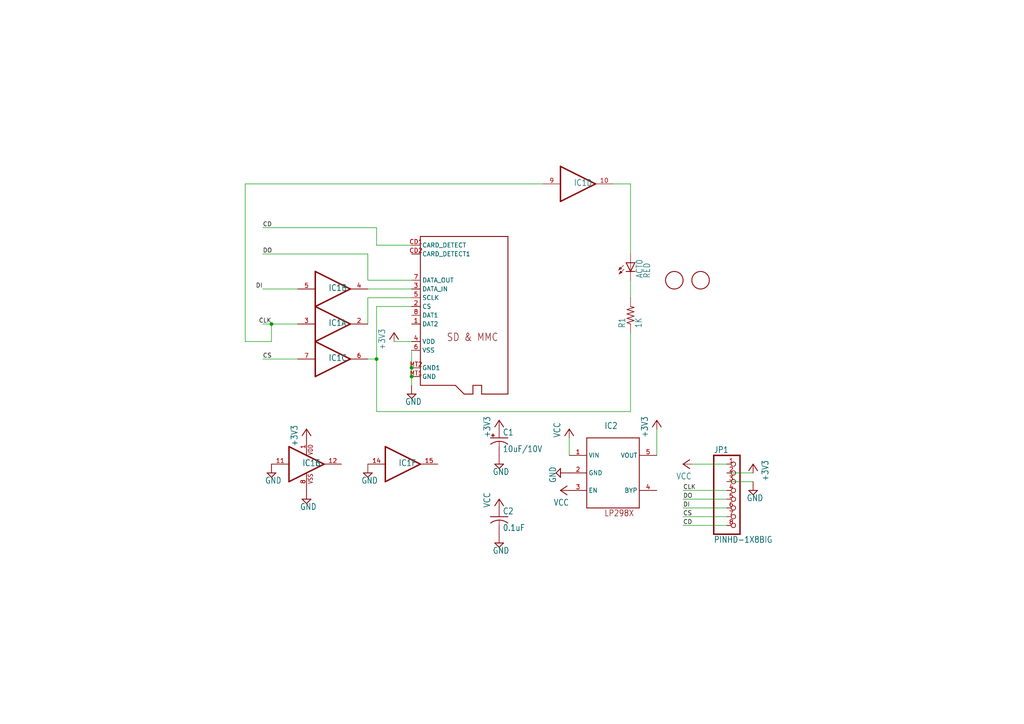
<source format=kicad_sch>
(kicad_sch (version 20211123) (generator eeschema)
  (paper "A4")
  (lib_symbols
    (symbol "microsd-eagle-import:+3V3" (power)
      (property "Value" "+3V3" (at -2.54 -5.08 90))
      (symbol "+3V3_1_0"
        (polyline (pts (xy 0 0) (xy -1.27 -1.905)) (stroke (width 0.254)))
        (polyline (pts (xy 1.27 -1.905) (xy 0 0)) (stroke (width 0.254)))
        (pin power_in line (at 0 -2.54 90) (length 2.54) (name "+3V3") (number "1"))
      )
    )
    (symbol "microsd-eagle-import:4050D"
      (property "Reference" "IC" (at -1.27 -0.635 0))
      (symbol "4050D_1_0"
        (polyline (pts (xy -5.08 -5.08) (xy 5.08 0)) (stroke (width 0.4064)))
        (polyline (pts (xy -5.08 5.08) (xy -5.08 -5.08)) (stroke (width 0.4064)))
        (polyline (pts (xy 5.08 0) (xy -5.08 5.08)) (stroke (width 0.4064)))
        (pin output line (at 10.16 0 180) (length 5.08) (name "O") (number "2"))
        (pin input line (at -10.16 0 0) (length 5.08) (name "I") (number "3"))
      )
      (symbol "4050D_2_0"
        (polyline (pts (xy -5.08 -5.08) (xy 5.08 0)) (stroke (width 0.4064)))
        (polyline (pts (xy -5.08 5.08) (xy -5.08 -5.08)) (stroke (width 0.4064)))
        (polyline (pts (xy 5.08 0) (xy -5.08 5.08)) (stroke (width 0.4064)))
        (pin output line (at 10.16 0 180) (length 5.08) (name "O") (number "4"))
        (pin input line (at -10.16 0 0) (length 5.08) (name "I") (number "5"))
      )
      (symbol "4050D_3_0"
        (polyline (pts (xy -5.08 -5.08) (xy 5.08 0)) (stroke (width 0.4064)))
        (polyline (pts (xy -5.08 5.08) (xy -5.08 -5.08)) (stroke (width 0.4064)))
        (polyline (pts (xy 5.08 0) (xy -5.08 5.08)) (stroke (width 0.4064)))
        (pin output line (at 10.16 0 180) (length 5.08) (name "O") (number "6"))
        (pin input line (at -10.16 0 0) (length 5.08) (name "I") (number "7"))
      )
      (symbol "4050D_4_0"
        (polyline (pts (xy -5.08 -5.08) (xy 5.08 0)) (stroke (width 0.4064)))
        (polyline (pts (xy -5.08 5.08) (xy -5.08 -5.08)) (stroke (width 0.4064)))
        (polyline (pts (xy 5.08 0) (xy -5.08 5.08)) (stroke (width 0.4064)))
        (pin output line (at 10.16 0 180) (length 5.08) (name "O") (number "10"))
        (pin input line (at -10.16 0 0) (length 5.08) (name "I") (number "9"))
      )
      (symbol "4050D_5_0"
        (polyline (pts (xy -5.08 -5.08) (xy 5.08 0)) (stroke (width 0.4064)))
        (polyline (pts (xy -5.08 5.08) (xy -5.08 -5.08)) (stroke (width 0.4064)))
        (polyline (pts (xy 5.08 0) (xy -5.08 5.08)) (stroke (width 0.4064)))
        (pin input line (at -10.16 0 0) (length 5.08) (name "I") (number "11"))
        (pin output line (at 10.16 0 180) (length 5.08) (name "O") (number "12"))
      )
      (symbol "4050D_6_0"
        (polyline (pts (xy -5.08 -5.08) (xy 5.08 0)) (stroke (width 0.4064)))
        (polyline (pts (xy -5.08 5.08) (xy -5.08 -5.08)) (stroke (width 0.4064)))
        (polyline (pts (xy 5.08 0) (xy -5.08 5.08)) (stroke (width 0.4064)))
        (pin input line (at -10.16 0 0) (length 5.08) (name "I") (number "14"))
        (pin output line (at 10.16 0 180) (length 5.08) (name "O") (number "15"))
      )
      (symbol "4050D_7_0"
        (text "VDD" (at 1.905 2.54 900) (effects (font (size 1.27 1.0795)) (justify left bottom)))
        (text "VSS" (at 1.905 -5.842 900) (effects (font (size 1.27 1.0795)) (justify left bottom)))
        (pin power_in line (at 0 7.62 270) (length 5.08) (name "VDD") (number "1"))
        (pin power_in line (at 0 -7.62 90) (length 5.08) (name "VSS") (number "8"))
      )
    )
    (symbol "microsd-eagle-import:C-USC0805K"
      (property "Reference" "C" (at 1.016 0.635 0))
      (property "Value" "C-USC0805K" (at 1.016 -4.191 0))
      (symbol "C-USC0805K_1_0"
        (arc (start 0 -1.0161) (mid -1.302 -1.2303) (end -2.4668 -1.8504) (stroke (width 0.254)))
        (polyline (pts (xy -2.54 0) (xy 2.54 0)) (stroke (width 0.254)))
        (polyline (pts (xy 0 -1.016) (xy 0 -2.54)) (stroke (width 0.1524)))
        (arc (start 2.4892 -1.8542) (mid 1.3158 -1.2195) (end 0 -1) (stroke (width 0.254)))
        (pin passive line (at 0 2.54 270) (length 2.54) (name "1") (number "1"))
        (pin passive line (at 0 -5.08 90) (length 2.54) (name "2") (number "2"))
      )
    )
    (symbol "microsd-eagle-import:CPOL-USA{slash}3216-18R"
      (property "Reference" "C" (at 1.016 0.635 0))
      (property "Value" "CPOL-USA{slash}3216-18R" (at 1.016 -4.191 0))
      (symbol "CPOL-USA{slash}3216-18R_1_0"
        (rectangle (start -2.253 0.668) (end -1.364 0.795) (fill (type outline)))
        (rectangle (start -1.872 0.287) (end -1.745 1.176) (fill (type outline)))
        (arc (start 0 -1.0161) (mid -1.3021 -1.2302) (end -2.4669 -1.8504) (stroke (width 0.254)))
        (polyline (pts (xy -2.54 0) (xy 2.54 0)) (stroke (width 0.254)))
        (polyline (pts (xy 0 -1.016) (xy 0 -2.54)) (stroke (width 0.1524)))
        (arc (start 2.4892 -1.8542) (mid 1.3158 -1.2195) (end 0 -1) (stroke (width 0.254)))
        (pin passive line (at 0 2.54 270) (length 2.54) (name "+") (number "+"))
        (pin passive line (at 0 -5.08 90) (length 2.54) (name "-") (number "-"))
      )
    )
    (symbol "microsd-eagle-import:FIDUCIAL"
      (symbol "FIDUCIAL_1_0"
        (circle (center 0 0) (radius 2.54) (stroke (width 0.254)))
      )
    )
    (symbol "microsd-eagle-import:GND" (power)
      (property "Value" "GND" (at -1.905 -3.175 0))
      (symbol "GND_1_0"
        (polyline (pts (xy -1.27 0) (xy 1.27 0)) (stroke (width 0.254)))
        (polyline (pts (xy 0 -1.27) (xy -1.27 0)) (stroke (width 0.254)))
        (polyline (pts (xy 1.27 0) (xy 0 -1.27)) (stroke (width 0.254)))
        (pin power_in line (at 0 2.54 270) (length 2.54) (name "GND") (number "1"))
      )
    )
    (symbol "microsd-eagle-import:LEDCHIP-LED0805"
      (property "Reference" "LED" (at 3.556 -4.572 90))
      (property "Value" "LEDCHIP-LED0805" (at 5.715 -4.572 90))
      (symbol "LEDCHIP-LED0805_1_0"
        (polyline (pts (xy -2.032 -0.762) (xy -3.429 -2.159)) (stroke (width 0.1524)))
        (polyline (pts (xy -1.905 -1.905) (xy -3.302 -3.302)) (stroke (width 0.1524)))
        (polyline (pts (xy 0 -2.54) (xy -1.27 -2.54)) (stroke (width 0.254)))
        (polyline (pts (xy 0 -2.54) (xy -1.27 0)) (stroke (width 0.254)))
        (polyline (pts (xy 0 0) (xy -1.27 0)) (stroke (width 0.254)))
        (polyline (pts (xy 0 0) (xy 0 -2.54)) (stroke (width 0.1524)))
        (polyline (pts (xy 1.27 -2.54) (xy 0 -2.54)) (stroke (width 0.254)))
        (polyline (pts (xy 1.27 0) (xy 0 -2.54)) (stroke (width 0.254)))
        (polyline (pts (xy 1.27 0) (xy 0 0)) (stroke (width 0.254)))
        (polyline (pts (xy -3.429 -2.159) (xy -3.048 -1.27) (xy -2.54 -1.778)) (fill (type outline)))
        (polyline (pts (xy -3.302 -3.302) (xy -2.921 -2.413) (xy -2.413 -2.921)) (fill (type outline)))
        (pin passive line (at 0 2.54 270) (length 2.54) (name "A") (number "A"))
        (pin passive line (at 0 -5.08 90) (length 2.54) (name "C") (number "C"))
      )
    )
    (symbol "microsd-eagle-import:LP298XS"
      (property "Reference" "IC" (at -12.7 -5.08 90))
      (symbol "LP298XS_1_0"
        (polyline (pts (xy -10.16 -10.16) (xy 10.16 -10.16)) (stroke (width 0.254)))
        (polyline (pts (xy -10.16 5.08) (xy -10.16 -10.16)) (stroke (width 0.254)))
        (polyline (pts (xy 10.16 -10.16) (xy 10.16 5.08)) (stroke (width 0.254)))
        (polyline (pts (xy 10.16 5.08) (xy -10.16 5.08)) (stroke (width 0.254)))
        (text "LP298X" (at 12.7 -5.08 900) (effects (font (size 1.778 1.5113)) (justify left bottom)))
        (pin bidirectional line (at -5.08 -15.24 90) (length 5.08) (name "VIN") (number "1"))
        (pin bidirectional line (at 0 -15.24 90) (length 5.08) (name "GND") (number "2"))
        (pin bidirectional line (at 5.08 -15.24 90) (length 5.08) (name "EN") (number "3"))
        (pin bidirectional line (at 5.08 10.16 270) (length 5.08) (name "BYP") (number "4"))
        (pin bidirectional line (at -5.08 10.16 270) (length 5.08) (name "VOUT") (number "5"))
      )
    )
    (symbol "microsd-eagle-import:MICROSD"
      (symbol "MICROSD_1_0"
        (polyline (pts (xy -15.24 -22.86) (xy -5.08 -22.86)) (stroke (width 0.254)))
        (polyline (pts (xy -15.24 20.32) (xy -15.24 -22.86)) (stroke (width 0.254)))
        (polyline (pts (xy -5.08 -22.86) (xy -2.54 -25.4)) (stroke (width 0.254)))
        (polyline (pts (xy -2.54 -25.4) (xy 0 -25.4)) (stroke (width 0.254)))
        (polyline (pts (xy 0 -25.4) (xy 0 -22.86)) (stroke (width 0.254)))
        (polyline (pts (xy 0 -22.86) (xy 2.54 -22.86)) (stroke (width 0.254)))
        (polyline (pts (xy 2.54 -25.4) (xy 10.16 -25.4)) (stroke (width 0.254)))
        (polyline (pts (xy 2.54 -22.86) (xy 2.54 -25.4)) (stroke (width 0.254)))
        (polyline (pts (xy 10.16 -25.4) (xy 10.16 20.32)) (stroke (width 0.254)))
        (polyline (pts (xy 10.16 20.32) (xy -15.24 20.32)) (stroke (width 0.254)))
        (text "SD & MMC" (at -7.62 -10.16 0) (effects (font (size 2.1844 1.8567)) (justify left bottom)))
        (pin bidirectional line (at -17.78 -5.08 0) (length 2.54) (name "DAT2") (number "1"))
        (pin input line (at -17.78 0 0) (length 2.54) (name "CS") (number "2"))
        (pin input line (at -17.78 5.08 0) (length 2.54) (name "DATA_IN") (number "3"))
        (pin power_in line (at -17.78 -10.16 0) (length 2.54) (name "VDD") (number "4"))
        (pin input line (at -17.78 2.54 0) (length 2.54) (name "SCLK") (number "5"))
        (pin power_in line (at -17.78 -12.7 0) (length 2.54) (name "VSS") (number "6"))
        (pin output line (at -17.78 7.62 0) (length 2.54) (name "DATA_OUT") (number "7"))
        (pin bidirectional line (at -17.78 -2.54 0) (length 2.54) (name "DAT1") (number "8"))
        (pin passive line (at -17.78 17.78 0) (length 2.54) (name "CARD_DETECT") (number "CD1"))
        (pin passive line (at -17.78 15.24 0) (length 2.54) (name "CARD_DETECT1") (number "CD2"))
        (pin power_in line (at -17.78 -20.32 0) (length 2.54) (name "GND") (number "MT1"))
        (pin power_in line (at -17.78 -17.78 0) (length 2.54) (name "GND1") (number "MT2"))
      )
    )
    (symbol "microsd-eagle-import:PINHD-1X8BIG"
      (property "Reference" "JP" (at -6.35 10.795 0))
      (property "Value" "PINHD-1X8BIG" (at -6.35 -15.24 0))
      (symbol "PINHD-1X8BIG_1_0"
        (polyline (pts (xy -6.35 -12.7) (xy 1.27 -12.7)) (stroke (width 0.4064)))
        (polyline (pts (xy -6.35 10.16) (xy -6.35 -12.7)) (stroke (width 0.4064)))
        (polyline (pts (xy 1.27 -12.7) (xy 1.27 10.16)) (stroke (width 0.4064)))
        (polyline (pts (xy 1.27 10.16) (xy -6.35 10.16)) (stroke (width 0.4064)))
        (pin passive inverted (at -2.54 7.62 0) (length 2.54) (name "1") (number "1"))
        (pin passive inverted (at -2.54 5.08 0) (length 2.54) (name "2") (number "2"))
        (pin passive inverted (at -2.54 2.54 0) (length 2.54) (name "3") (number "3"))
        (pin passive inverted (at -2.54 0 0) (length 2.54) (name "4") (number "4"))
        (pin passive inverted (at -2.54 -2.54 0) (length 2.54) (name "5") (number "5"))
        (pin passive inverted (at -2.54 -5.08 0) (length 2.54) (name "6") (number "6"))
        (pin passive inverted (at -2.54 -7.62 0) (length 2.54) (name "7") (number "7"))
        (pin passive inverted (at -2.54 -10.16 0) (length 2.54) (name "8") (number "8"))
      )
    )
    (symbol "microsd-eagle-import:R-US_R0805"
      (property "Reference" "R" (at -3.81 1.4986 0))
      (property "Value" "R-US_R0805" (at -3.81 -3.302 0))
      (symbol "R-US_R0805_1_0"
        (polyline (pts (xy -2.54 0) (xy -2.159 1.016)) (stroke (width 0.2032)))
        (polyline (pts (xy -2.159 1.016) (xy -1.524 -1.016)) (stroke (width 0.2032)))
        (polyline (pts (xy -1.524 -1.016) (xy -0.889 1.016)) (stroke (width 0.2032)))
        (polyline (pts (xy -0.889 1.016) (xy -0.254 -1.016)) (stroke (width 0.2032)))
        (polyline (pts (xy -0.254 -1.016) (xy 0.381 1.016)) (stroke (width 0.2032)))
        (polyline (pts (xy 0.381 1.016) (xy 1.016 -1.016)) (stroke (width 0.2032)))
        (polyline (pts (xy 1.016 -1.016) (xy 1.651 1.016)) (stroke (width 0.2032)))
        (polyline (pts (xy 1.651 1.016) (xy 2.286 -1.016)) (stroke (width 0.2032)))
        (polyline (pts (xy 2.286 -1.016) (xy 2.54 0)) (stroke (width 0.2032)))
        (pin passive line (at -5.08 0 0) (length 2.54) (name "1") (number "1"))
        (pin passive line (at 5.08 0 180) (length 2.54) (name "2") (number "2"))
      )
    )
    (symbol "microsd-eagle-import:VCC" (power)
      (property "Value" "VCC" (at -2.54 -2.54 90))
      (symbol "VCC_1_0"
        (polyline (pts (xy 0 0) (xy -1.27 -1.905)) (stroke (width 0.254)))
        (polyline (pts (xy 1.27 -1.905) (xy 0 0)) (stroke (width 0.254)))
        (pin power_in line (at 0 -2.54 90) (length 2.54) (name "VCC") (number "1"))
      )
    )
  )
  (junction (at 109.22 104.14))
  (junction (at 119.38 106.68))
  (junction (at 119.38 109.22))
  (junction (at 78.74 93.98))
  (wire (pts (xy 106.68 104.14) (xy 109.22 104.14)))
  (wire (pts (xy 78.74 99.06) (xy 78.74 93.98)))
  (wire (pts (xy 109.22 104.14) (xy 109.22 119.38)))
  (wire (pts (xy 106.68 81.28) (xy 106.68 73.66)))
  (wire (pts (xy 200.66 134.62) (xy 210.82 134.62)))
  (wire (pts (xy 119.38 109.22) (xy 119.38 111.76)))
  (wire (pts (xy 182.88 53.34) (xy 182.88 73.66)))
  (wire (pts (xy 119.38 71.12) (xy 109.22 71.12)))
  (wire (pts (xy 106.68 86.36) (xy 119.38 86.36)))
  (wire (pts (xy 119.38 81.28) (xy 106.68 81.28)))
  (wire (pts (xy 119.38 101.6) (xy 119.38 106.68)))
  (wire (pts (xy 86.36 104.14) (xy 76.2 104.14)))
  (wire (pts (xy 71.12 53.34) (xy 71.12 99.06)))
  (wire (pts (xy 210.82 144.78) (xy 198.12 144.78)))
  (wire (pts (xy 165.1 132.08) (xy 165.1 127)))
  (wire (pts (xy 210.82 152.4) (xy 198.12 152.4)))
  (wire (pts (xy 157.48 53.34) (xy 71.12 53.34)))
  (wire (pts (xy 210.82 147.32) (xy 198.12 147.32)))
  (wire (pts (xy 71.12 99.06) (xy 78.74 99.06)))
  (wire (pts (xy 109.22 66.04) (xy 76.2 66.04)))
  (wire (pts (xy 109.22 88.9) (xy 119.38 88.9)))
  (wire (pts (xy 106.68 83.82) (xy 119.38 83.82)))
  (wire (pts (xy 177.8 53.34) (xy 182.88 53.34)))
  (wire (pts (xy 218.44 139.7) (xy 210.82 139.7)))
  (wire (pts (xy 114.3 99.06) (xy 119.38 99.06)))
  (wire (pts (xy 218.44 137.16) (xy 210.82 137.16)))
  (wire (pts (xy 182.88 81.28) (xy 182.88 86.36)))
  (wire (pts (xy 78.74 93.98) (xy 76.2 93.98)))
  (wire (pts (xy 109.22 71.12) (xy 109.22 66.04)))
  (wire (pts (xy 76.2 73.66) (xy 106.68 73.66)))
  (wire (pts (xy 190.5 124.46) (xy 190.5 132.08)))
  (wire (pts (xy 86.36 83.82) (xy 76.2 83.82)))
  (wire (pts (xy 86.36 93.98) (xy 78.74 93.98)))
  (wire (pts (xy 119.38 106.68) (xy 119.38 109.22)))
  (wire (pts (xy 109.22 119.38) (xy 182.88 119.38)))
  (wire (pts (xy 106.68 93.98) (xy 106.68 86.36)))
  (wire (pts (xy 109.22 104.14) (xy 109.22 88.9)))
  (wire (pts (xy 210.82 142.24) (xy 198.12 142.24)))
  (wire (pts (xy 210.82 149.86) (xy 198.12 149.86)))
  (wire (pts (xy 182.88 119.38) (xy 182.88 96.52)))
  (label "CLK" (at 78.74 93.98 180) (effects (font (size 1.2446 1.2446))))
  (label "CS" (at 198.12 149.86 0) (effects (font (size 1.2446 1.2446))))
  (label "DI" (at 76.2 83.82 180) (effects (font (size 1.2446 1.2446))))
  (label "CS" (at 76.2 104.14 0) (effects (font (size 1.2446 1.2446))))
  (label "CD" (at 76.2 66.04 0) (effects (font (size 1.2446 1.2446))))
  (label "CD" (at 198.12 152.4 0) (effects (font (size 1.2446 1.2446))))
  (label "CLK" (at 198.12 142.24 0) (effects (font (size 1.2446 1.2446))))
  (label "DO" (at 76.2 73.66 0) (effects (font (size 1.2446 1.2446))))
  (label "DI" (at 198.12 147.32 0) (effects (font (size 1.2446 1.2446))))
  (label "DO" (at 198.12 144.78 0) (effects (font (size 1.2446 1.2446))))
  (symbol (lib_id "microsd-eagle-import:LP298XS") (at 180.34 137.16 270) (unit 1)
    (property "Reference" "IC2" (at 175.26 124.46 90) (effects (font (size 1.778 1.5113)) (justify left bottom)))
    (property "Value" "LP298XS" (effects hide))
    (property "Footprint" "microsd:SOT23-5L" (effects hide))
  )
  (symbol (lib_id "microsd-eagle-import:4050D") (at 88.9 134.62 0) (unit 5)
    (property "Reference" "IC1" (at 87.63 135.255 0) (effects (font (size 1.778 1.5113)) (justify left bottom)))
    (property "Value" "4050D" (effects hide))
    (property "Footprint" "microsd:SO16" (effects hide))
  )
  (symbol (lib_id "microsd-eagle-import:GND") (at 119.38 114.3 0) (unit 1)
    (property "Reference" "#SUPPLY2" (effects hide))
    (property "Value" "GND" (at 117.475 117.475 0) (effects (font (size 1.778 1.5113)) (justify left bottom)))
    (property "Footprint" "microsd:" (effects hide))
  )
  (symbol (lib_id "microsd-eagle-import:FIDUCIAL") (at 203.2 81.28 0) (unit 1)
    (property "Reference" "U$1" (effects hide))
    (property "Value" "FIDUCIAL" (effects hide))
    (property "Footprint" "microsd:FIDUCIAL_1MM" (effects hide))
  )
  (symbol (lib_id "microsd-eagle-import:C-USC0805K") (at 144.78 149.86 0) (unit 1)
    (property "Reference" "C2" (at 145.796 149.225 0) (effects (font (size 1.778 1.5113)) (justify left bottom)))
    (property "Value" "0.1uF" (at 145.796 154.051 0) (effects (font (size 1.778 1.5113)) (justify left bottom)))
    (property "Footprint" "microsd:C0805K" (effects hide))
  )
  (symbol (lib_id "microsd-eagle-import:GND") (at 144.78 134.62 0) (unit 1)
    (property "Reference" "#SUPPLY5" (effects hide))
    (property "Value" "GND" (at 142.875 137.795 0) (effects (font (size 1.778 1.5113)) (justify left bottom)))
    (property "Footprint" "microsd:" (effects hide))
  )
  (symbol (lib_id "microsd-eagle-import:FIDUCIAL") (at 195.58 81.28 0) (unit 1)
    (property "Reference" "U$2" (effects hide))
    (property "Value" "FIDUCIAL" (effects hide))
    (property "Footprint" "microsd:FIDUCIAL_1MM" (effects hide))
  )
  (symbol (lib_id "microsd-eagle-import:GND") (at 106.68 137.16 0) (unit 1)
    (property "Reference" "#SUPPLY9" (effects hide))
    (property "Value" "GND" (at 104.775 140.335 0) (effects (font (size 1.778 1.5113)) (justify left bottom)))
    (property "Footprint" "microsd:" (effects hide))
  )
  (symbol (lib_id "microsd-eagle-import:VCC") (at 162.56 142.24 90) (unit 1)
    (property "Reference" "#P+3" (effects hide))
    (property "Value" "VCC" (at 165.1 144.78 90) (effects (font (size 1.778 1.5113)) (justify left bottom)))
    (property "Footprint" "microsd:" (effects hide))
  )
  (symbol (lib_id "microsd-eagle-import:+3V3") (at 190.5 121.92 0) (unit 1)
    (property "Reference" "#+3V1" (effects hide))
    (property "Value" "+3V3" (at 187.96 127 90) (effects (font (size 1.778 1.5113)) (justify left bottom)))
    (property "Footprint" "microsd:" (effects hide))
  )
  (symbol (lib_id "microsd-eagle-import:MICROSD") (at 137.16 88.9 0) (unit 1)
    (property "Reference" "X1" (effects hide))
    (property "Value" "MICROSD" (effects hide))
    (property "Footprint" "microsd:MICROSD" (effects hide))
  )
  (symbol (lib_id "microsd-eagle-import:GND") (at 162.56 137.16 270) (unit 1)
    (property "Reference" "#SUPPLY1" (effects hide))
    (property "Value" "GND" (at 159.385 135.255 0) (effects (font (size 1.778 1.5113)) (justify left bottom)))
    (property "Footprint" "microsd:" (effects hide))
  )
  (symbol (lib_id "microsd-eagle-import:4050D") (at 88.9 134.62 0) (unit 7)
    (property "Reference" "IC1" (at 87.63 135.255 0) (effects (font (size 1.778 1.5113)) (justify left bottom)))
    (property "Value" "4050D" (effects hide))
    (property "Footprint" "microsd:SO16" (effects hide))
  )
  (symbol (lib_id "microsd-eagle-import:+3V3") (at 144.78 121.92 0) (unit 1)
    (property "Reference" "#+3V4" (effects hide))
    (property "Value" "+3V3" (at 142.24 127 90) (effects (font (size 1.778 1.5113)) (justify left bottom)))
    (property "Footprint" "microsd:" (effects hide))
  )
  (symbol (lib_id "microsd-eagle-import:GND") (at 144.78 157.48 0) (unit 1)
    (property "Reference" "#SUPPLY4" (effects hide))
    (property "Value" "GND" (at 142.875 160.655 0) (effects (font (size 1.778 1.5113)) (justify left bottom)))
    (property "Footprint" "microsd:" (effects hide))
  )
  (symbol (lib_id "microsd-eagle-import:VCC") (at 144.78 144.78 0) (unit 1)
    (property "Reference" "#P+1" (effects hide))
    (property "Value" "VCC" (at 142.24 147.32 90) (effects (font (size 1.778 1.5113)) (justify left bottom)))
    (property "Footprint" "microsd:" (effects hide))
  )
  (symbol (lib_id "microsd-eagle-import:4050D") (at 96.52 83.82 0) (unit 2)
    (property "Reference" "IC1" (at 95.25 84.455 0) (effects (font (size 1.778 1.5113)) (justify left bottom)))
    (property "Value" "4050D" (effects hide))
    (property "Footprint" "microsd:SO16" (effects hide))
  )
  (symbol (lib_id "microsd-eagle-import:4050D") (at 167.64 53.34 0) (unit 4)
    (property "Reference" "IC1" (at 166.37 53.975 0) (effects (font (size 1.778 1.5113)) (justify left bottom)))
    (property "Value" "4050D" (effects hide))
    (property "Footprint" "microsd:SO16" (effects hide))
  )
  (symbol (lib_id "microsd-eagle-import:+3V3") (at 88.9 124.46 0) (unit 1)
    (property "Reference" "#+3V3" (effects hide))
    (property "Value" "+3V3" (at 86.36 129.54 90) (effects (font (size 1.778 1.5113)) (justify left bottom)))
    (property "Footprint" "microsd:" (effects hide))
  )
  (symbol (lib_id "microsd-eagle-import:4050D") (at 96.52 104.14 0) (unit 3)
    (property "Reference" "IC1" (at 95.25 104.775 0) (effects (font (size 1.778 1.5113)) (justify left bottom)))
    (property "Value" "4050D" (effects hide))
    (property "Footprint" "microsd:SO16" (effects hide))
  )
  (symbol (lib_id "microsd-eagle-import:4050D") (at 96.52 93.98 0) (unit 1)
    (property "Reference" "IC1" (at 95.25 94.615 0) (effects (font (size 1.778 1.5113)) (justify left bottom)))
    (property "Value" "4050D" (effects hide))
    (property "Footprint" "microsd:SO16" (effects hide))
  )
  (symbol (lib_id "microsd-eagle-import:PINHD-1X8BIG") (at 213.36 142.24 0) (unit 1)
    (property "Reference" "JP1" (at 207.01 131.445 0) (effects (font (size 1.778 1.5113)) (justify left bottom)))
    (property "Value" "PINHD-1X8BIG" (at 207.01 157.48 0) (effects (font (size 1.778 1.5113)) (justify left bottom)))
    (property "Footprint" "microsd:1X08-BIG" (effects hide))
  )
  (symbol (lib_id "microsd-eagle-import:VCC") (at 165.1 124.46 0) (unit 1)
    (property "Reference" "#P+2" (effects hide))
    (property "Value" "VCC" (at 162.56 127 90) (effects (font (size 1.778 1.5113)) (justify left bottom)))
    (property "Footprint" "microsd:" (effects hide))
  )
  (symbol (lib_id "microsd-eagle-import:VCC") (at 198.12 134.62 90) (unit 1)
    (property "Reference" "#P+4" (effects hide))
    (property "Value" "VCC" (at 200.66 137.16 90) (effects (font (size 1.778 1.5113)) (justify left bottom)))
    (property "Footprint" "microsd:" (effects hide))
  )
  (symbol (lib_id "microsd-eagle-import:+3V3") (at 114.3 96.52 0) (unit 1)
    (property "Reference" "#+3V2" (effects hide))
    (property "Value" "+3V3" (at 111.76 101.6 90) (effects (font (size 1.778 1.5113)) (justify left bottom)))
    (property "Footprint" "microsd:" (effects hide))
  )
  (symbol (lib_id "microsd-eagle-import:CPOL-USA{slash}3216-18R") (at 144.78 127 0) (unit 1)
    (property "Reference" "C1" (at 145.796 126.365 0) (effects (font (size 1.778 1.5113)) (justify left bottom)))
    (property "Value" "10uF/10V" (at 145.796 131.191 0) (effects (font (size 1.778 1.5113)) (justify left bottom)))
    (property "Footprint" "microsd:A_3216-18R" (effects hide))
  )
  (symbol (lib_id "microsd-eagle-import:4050D") (at 116.84 134.62 0) (unit 6)
    (property "Reference" "IC1" (at 115.57 135.255 0) (effects (font (size 1.778 1.5113)) (justify left bottom)))
    (property "Value" "4050D" (effects hide))
    (property "Footprint" "microsd:SO16" (effects hide))
  )
  (symbol (lib_id "microsd-eagle-import:GND") (at 88.9 144.78 0) (unit 1)
    (property "Reference" "#SUPPLY3" (effects hide))
    (property "Value" "GND" (at 86.995 147.955 0) (effects (font (size 1.778 1.5113)) (justify left bottom)))
    (property "Footprint" "microsd:" (effects hide))
  )
  (symbol (lib_id "microsd-eagle-import:GND") (at 78.74 137.16 0) (unit 1)
    (property "Reference" "#SUPPLY8" (effects hide))
    (property "Value" "GND" (at 76.835 140.335 0) (effects (font (size 1.778 1.5113)) (justify left bottom)))
    (property "Footprint" "microsd:" (effects hide))
  )
  (symbol (lib_id "microsd-eagle-import:LEDCHIP-LED0805") (at 182.88 76.2 0) (unit 1)
    (property "Reference" "ACT0" (at 186.436 80.772 90) (effects (font (size 1.778 1.5113)) (justify left bottom)))
    (property "Value" "RED" (at 188.595 80.772 90) (effects (font (size 1.778 1.5113)) (justify left bottom)))
    (property "Footprint" "microsd:CHIP-LED0805" (effects hide))
  )
  (symbol (lib_id "microsd-eagle-import:R-US_R0805") (at 182.88 91.44 90) (unit 1)
    (property "Reference" "R1" (at 181.3814 95.25 0) (effects (font (size 1.778 1.5113)) (justify left bottom)))
    (property "Value" "1K" (at 186.182 95.25 0) (effects (font (size 1.778 1.5113)) (justify left bottom)))
    (property "Footprint" "microsd:R0805" (effects hide))
  )
  (symbol (lib_id "microsd-eagle-import:+3V3") (at 218.44 134.62 0) (mirror y) (unit 1)
    (property "Reference" "#+3V5" (effects hide))
    (property "Value" "+3V3" (at 220.98 139.7 90) (effects (font (size 1.778 1.5113)) (justify left bottom)))
    (property "Footprint" "microsd:" (effects hide))
  )
  (symbol (lib_id "microsd-eagle-import:GND") (at 218.44 142.24 0) (unit 1)
    (property "Reference" "#SUPPLY6" (effects hide))
    (property "Value" "GND" (at 216.535 145.415 0) (effects (font (size 1.778 1.5113)) (justify left bottom)))
    (property "Footprint" "microsd:" (effects hide))
  )
)
</source>
